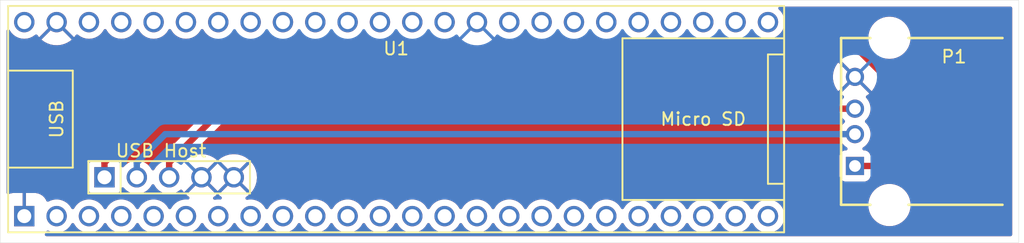
<source format=kicad_pcb>
(kicad_pcb (version 20211014) (generator pcbnew)
  (layers (0 "F.Cu" signal) (31 "B.Cu" signal) (34 "B.Paste" user) (35 "F.Paste" user) (36 "B.SilkS" user "B.Silkscreen") (37 "F.SilkS" user "F.Silkscreen") (38 "B.Mask" user) (39 "F.Mask" user) (44 "Edge.Cuts" user))
  (net 0 "")
  (net 1 "Net-(P1-Pad1)")
  (net 2 "Net-(P1-Pad2)")
  (net 3 "Net-(P1-Pad3)")
  (net 49 "GND")
  (footprint "teensy-usb:Teensy41-usb" (layer "F.Cu") (at 135.88 95.07)
    (fp_text reference "U1" (at 0 -5.535) (layer "F.SilkS"))
    (fp_text value "Teensy4.1")
    (fp_text user "Micro SD" (at 24.13 0) (layer "F.SilkS"))
    (fp_text user "USB" (at -26.67 0 270) (layer "F.SilkS"))
    (fp_text user "USB Host" (at -18.4658 2.4892) (layer "F.SilkS"))
    (fp_line (start 17.78 6.35) (end 30.48 6.35) (layer "F.SilkS") (width 0.15))
    (fp_line (start -11.4808 3.2992) (end -11.4808 5.8392) (layer "F.SilkS") (width 0.15))
    (fp_line (start -24.1808 3.2992) (end -11.4808 3.2992) (layer "F.SilkS") (width 0.15))
    (fp_line (start 17.78 -6.35) (end 17.78 6.35) (layer "F.SilkS") (width 0.15))
    (fp_line (start 30.48 -5.08) (end 29.21 -5.08) (layer "F.SilkS") (width 0.15))
    (fp_line (start -30.48 -8.89) (end 30.48 -8.89) (layer "F.SilkS") (width 0.15))
    (fp_line (start -25.4 3.81) (end -30.48 3.81) (layer "F.SilkS") (width 0.15))
    (fp_line (start 29.21 5.08) (end 30.48 5.08) (layer "F.SilkS") (width 0.15))
    (fp_line (start -25.4 3.81) (end -25.4 -3.81) (layer "F.SilkS") (width 0.15))
    (fp_line (start -24.1808 5.8392) (end -24.1808 3.2992) (layer "F.SilkS") (width 0.15))
    (fp_line (start -25.4 -3.81) (end -30.48 -3.81) (layer "F.SilkS") (width 0.15))
    (fp_line (start 30.48 8.89) (end -30.48 8.89) (layer "F.SilkS") (width 0.15))
    (fp_line (start -30.48 8.89) (end -30.48 -8.89) (layer "F.SilkS") (width 0.15))
    (fp_line (start -21.6408 3.2992) (end -21.6408 5.8392) (layer "F.SilkS") (width 0.15))
    (fp_line (start -11.4808 5.8392) (end -24.1808 5.8392) (layer "F.SilkS") (width 0.15))
    (fp_line (start 30.48 -8.89) (end 30.48 8.89) (layer "F.SilkS") (width 0.15))
    (fp_line (start 30.48 -6.35) (end 17.78 -6.35) (layer "F.SilkS") (width 0.15))
    (fp_line (start 29.21 -5.08) (end 29.21 5.08) (layer "F.SilkS") (width 0.15))
    (fp_line (start -24.1808 3.2992) (end -21.6408 3.2992) (layer "F.SilkS") (width 0.15))
    (pad "1" thru_hole rect (at -29.21 7.62) (size 1.6 1.6) (drill 1.1) (layers *.Cu *.Mask) (net 49 "GND"))
    (pad "2" thru_hole circle (at -26.67 7.62) (size 1.6 1.6) (drill 1.1) (layers *.Cu *.Mask))
    (pad "3" thru_hole circle (at -24.13 7.62) (size 1.6 1.6) (drill 1.1) (layers *.Cu *.Mask))
    (pad "4" thru_hole circle (at -21.59 7.62) (size 1.6 1.6) (drill 1.1) (layers *.Cu *.Mask))
    (pad "5" thru_hole circle (at -19.05 7.62) (size 1.6 1.6) (drill 1.1) (layers *.Cu *.Mask))
    (pad "6" thru_hole circle (at -16.51 7.62) (size 1.6 1.6) (drill 1.1) (layers *.Cu *.Mask))
    (pad "7" thru_hole circle (at -13.97 7.62) (size 1.6 1.6) (drill 1.1) (layers *.Cu *.Mask))
    (pad "8" thru_hole circle (at -11.43 7.62) (size 1.6 1.6) (drill 1.1) (layers *.Cu *.Mask))
    (pad "9" thru_hole circle (at -8.89 7.62) (size 1.6 1.6) (drill 1.1) (layers *.Cu *.Mask))
    (pad "10" thru_hole circle (at -6.35 7.62) (size 1.6 1.6) (drill 1.1) (layers *.Cu *.Mask))
    (pad "11" thru_hole circle (at -3.81 7.62) (size 1.6 1.6) (drill 1.1) (layers *.Cu *.Mask))
    (pad "12" thru_hole circle (at -1.27 7.62) (size 1.6 1.6) (drill 1.1) (layers *.Cu *.Mask))
    (pad "13" thru_hole circle (at 1.27 7.62) (size 1.6 1.6) (drill 1.1) (layers *.Cu *.Mask))
    (pad "14" thru_hole circle (at 3.81 7.62) (size 1.6 1.6) (drill 1.1) (layers *.Cu *.Mask))
    (pad "15" thru_hole circle (at 6.35 7.62) (size 1.6 1.6) (drill 1.1) (layers *.Cu *.Mask))
    (pad "16" thru_hole circle (at 8.89 7.62) (size 1.6 1.6) (drill 1.1) (layers *.Cu *.Mask))
    (pad "17" thru_hole circle (at 11.43 7.62) (size 1.6 1.6) (drill 1.1) (layers *.Cu *.Mask))
    (pad "18" thru_hole circle (at 13.97 7.62) (size 1.6 1.6) (drill 1.1) (layers *.Cu *.Mask))
    (pad "19" thru_hole circle (at 16.51 7.62) (size 1.6 1.6) (drill 1.1) (layers *.Cu *.Mask))
    (pad "20" thru_hole circle (at 19.05 7.62) (size 1.6 1.6) (drill 1.1) (layers *.Cu *.Mask))
    (pad "21" thru_hole circle (at 21.59 7.62) (size 1.6 1.6) (drill 1.1) (layers *.Cu *.Mask))
    (pad "22" thru_hole circle (at 24.13 7.62) (size 1.6 1.6) (drill 1.1) (layers *.Cu *.Mask))
    (pad "23" thru_hole circle (at 26.67 7.62) (size 1.6 1.6) (drill 1.1) (layers *.Cu *.Mask))
    (pad "24" thru_hole circle (at 29.21 7.62) (size 1.6 1.6) (drill 1.1) (layers *.Cu *.Mask))
    (pad "25" thru_hole circle (at 29.21 -7.62) (size 1.6 1.6) (drill 1.1) (layers *.Cu *.Mask))
    (pad "26" thru_hole circle (at 26.67 -7.62) (size 1.6 1.6) (drill 1.1) (layers *.Cu *.Mask))
    (pad "27" thru_hole circle (at 24.13 -7.62) (size 1.6 1.6) (drill 1.1) (layers *.Cu *.Mask))
    (pad "28" thru_hole circle (at 21.59 -7.62) (size 1.6 1.6) (drill 1.1) (layers *.Cu *.Mask))
    (pad "29" thru_hole circle (at 19.05 -7.62) (size 1.6 1.6) (drill 1.1) (layers *.Cu *.Mask))
    (pad "30" thru_hole circle (at 16.51 -7.62) (size 1.6 1.6) (drill 1.1) (layers *.Cu *.Mask))
    (pad "31" thru_hole circle (at 13.97 -7.62) (size 1.6 1.6) (drill 1.1) (layers *.Cu *.Mask))
    (pad "32" thru_hole circle (at 11.43 -7.62) (size 1.6 1.6) (drill 1.1) (layers *.Cu *.Mask))
    (pad "33" thru_hole circle (at 8.89 -7.62) (size 1.6 1.6) (drill 1.1) (layers *.Cu *.Mask))
    (pad "34" thru_hole circle (at 6.35 -7.62) (size 1.6 1.6) (drill 1.1) (layers *.Cu *.Mask) (net 49 "GND"))
    (pad "35" thru_hole circle (at 3.81 -7.62) (size 1.6 1.6) (drill 1.1) (layers *.Cu *.Mask))
    (pad "36" thru_hole circle (at 1.27 -7.62) (size 1.6 1.6) (drill 1.1) (layers *.Cu *.Mask))
    (pad "37" thru_hole circle (at -1.27 -7.62) (size 1.6 1.6) (drill 1.1) (layers *.Cu *.Mask))
    (pad "38" thru_hole circle (at -3.81 -7.62) (size 1.6 1.6) (drill 1.1) (layers *.Cu *.Mask))
    (pad "39" thru_hole circle (at -6.35 -7.62) (size 1.6 1.6) (drill 1.1) (layers *.Cu *.Mask))
    (pad "40" thru_hole circle (at -8.89 -7.62) (size 1.6 1.6) (drill 1.1) (layers *.Cu *.Mask))
    (pad "41" thru_hole circle (at -11.43 -7.62) (size 1.6 1.6) (drill 1.1) (layers *.Cu *.Mask))
    (pad "42" thru_hole circle (at -13.97 -7.62) (size 1.6 1.6) (drill 1.1) (layers *.Cu *.Mask))
    (pad "43" thru_hole circle (at -16.51 -7.62) (size 1.6 1.6) (drill 1.1) (layers *.Cu *.Mask))
    (pad "44" thru_hole circle (at -19.05 -7.62) (size 1.6 1.6) (drill 1.1) (layers *.Cu *.Mask))
    (pad "45" thru_hole circle (at -21.59 -7.62) (size 1.6 1.6) (drill 1.1) (layers *.Cu *.Mask))
    (pad "46" thru_hole circle (at -24.13 -7.62) (size 1.6 1.6) (drill 1.1) (layers *.Cu *.Mask))
    (pad "47" thru_hole circle (at -26.67 -7.62) (size 1.6 1.6) (drill 1.1) (layers *.Cu *.Mask) (net 49 "GND"))
    (pad "48" thru_hole circle (at -29.21 -7.62) (size 1.6 1.6) (drill 1.1) (layers *.Cu *.Mask))
    (pad "55" thru_hole rect (at -22.9108 4.5692) (size 1.6 1.6) (drill 1.1) (layers *.Cu *.Mask) (net 1 "Net-(P1-Pad1)"))
    (pad "56" thru_hole circle (at -20.3708 4.5692) (size 1.6 1.6) (drill 1.1) (layers *.Cu *.Mask) (net 2 "Net-(P1-Pad2)"))
    (pad "57" thru_hole circle (at -17.8308 4.5692) (size 1.6 1.6) (drill 1.1) (layers *.Cu *.Mask) (net 3 "Net-(P1-Pad3)"))
    (pad "58" thru_hole circle (at -15.2908 4.5692) (size 1.6 1.6) (drill 1.1) (layers *.Cu *.Mask) (net 49 "GND"))
    (pad "59" thru_hole circle (at -12.7508 4.5692) (size 1.6 1.6) (drill 1.1) (layers *.Cu *.Mask) (net 49 "GND"))
  )
  (footprint "USB-A1HSW6:OST_USB-A1HSW6" (layer "F.Cu") (at 178.435 95.25 90)
    (fp_text reference "P1" (at 5.08 1.27 180) (layer "F.SilkS") (effects (font (size 1.001717 1.001717))))
    (fp_text value "USB-A1HSW6")
    (fp_line (start -6.55 -2.3) (end -6.55 5.08) (layer "F.SilkS") (width 0.2))
    (fp_line (start -6.55 -5.3) (end -6.55 -7.6) (layer "F.SilkS") (width 0.2))
    (fp_line (start 6.55 -7.6) (end 6.55 -5.3) (layer "F.SilkS") (width 0.2))
    (fp_line (start 6.55 5.08) (end 6.55 -2.3) (layer "F.SilkS") (width 0.2))
    (fp_line (start -6.55 -7.6) (end 6.55 -7.6) (layer "F.SilkS") (width 0.2))
    (pad "" np_thru_hole circle (at -6.57 -3.8 90) (size 2.3 2.3) (drill 2.3) (layers *.Cu *.Mask))
    (pad "" np_thru_hole circle (at 6.57 -3.8 90) (size 2.3 2.3) (drill 2.3) (layers *.Cu *.Mask))
    (pad "1" thru_hole rect (at -3.5 -6.51 90) (size 1.428 1.428) (drill 0.92) (layers *.Cu *.Mask) (net 1 "Net-(P1-Pad1)"))
    (pad "2" thru_hole circle (at -1 -6.51 90) (size 1.428 1.428) (drill 0.92) (layers *.Cu *.Mask) (net 2 "Net-(P1-Pad2)"))
    (pad "3" thru_hole circle (at 1 -6.51 90) (size 1.428 1.428) (drill 0.92) (layers *.Cu *.Mask) (net 3 "Net-(P1-Pad3)"))
    (pad "4" thru_hole circle (at 3.5 -6.51 90) (size 1.428 1.428) (drill 0.92) (layers *.Cu *.Mask) (net 49 "GND"))
  )
  (gr_rect (start 104.775 85.725) (end 184.785 104.775) (layer "Edge.Cuts") (width 0.0254) (fill none))
  (segment (start 172.085 89.535) (end 174.625 92.075) (width 0.5) (layer "F.Cu") (net 1))
  (segment (start 174.625 92.075) (end 174.625 97.79) (width 0.5) (layer "F.Cu") (net 1))
  (segment (start 112.9692 99.6392) (end 112.9692 98.4858) (width 0.5) (layer "F.Cu") (net 1))
  (segment (start 121.92 89.535) (end 172.085 89.535) (width 0.5) (layer "F.Cu") (net 1))
  (segment (start 174.625 97.79) (end 173.665 98.75) (width 0.5) (layer "F.Cu") (net 1))
  (segment (start 112.9692 98.4858) (end 121.92 89.535) (width 0.5) (layer "F.Cu") (net 1))
  (segment (start 173.665 98.75) (end 171.925 98.75) (width 0.5) (layer "F.Cu") (net 1))
  (segment (start 117.745 96.25) (end 171.925 96.25) (width 0.5) (layer "B.Cu") (net 2))
  (segment (start 115.5092 99.6392) (end 115.5092 98.4858) (width 0.5) (layer "B.Cu") (net 2))
  (segment (start 115.5092 98.4858) (end 117.745 96.25) (width 0.5) (layer "B.Cu") (net 2))
  (segment (start 122.285 94.25) (end 171.925 94.25) (width 0.5) (layer "F.Cu") (net 3))
  (segment (start 118.0492 99.6392) (end 118.0492 98.4858) (width 0.5) (layer "F.Cu") (net 3))
  (segment (start 118.0492 98.4858) (end 122.285 94.25) (width 0.5) (layer "F.Cu") (net 3))
  (zone (net 49) (net_name "GND") (layers F&B.Cu) (connect_pads (clearance 0.508)) (min_thickness 0.254) (fill yes (thermal_gap 1.016) (thermal_bridge_width 0.254))
    (polygon (pts (xy 184.785 104.775) (xy 104.775 104.775) (xy 104.775 85.725) (xy 184.785 85.725)))
  )
)
</source>
